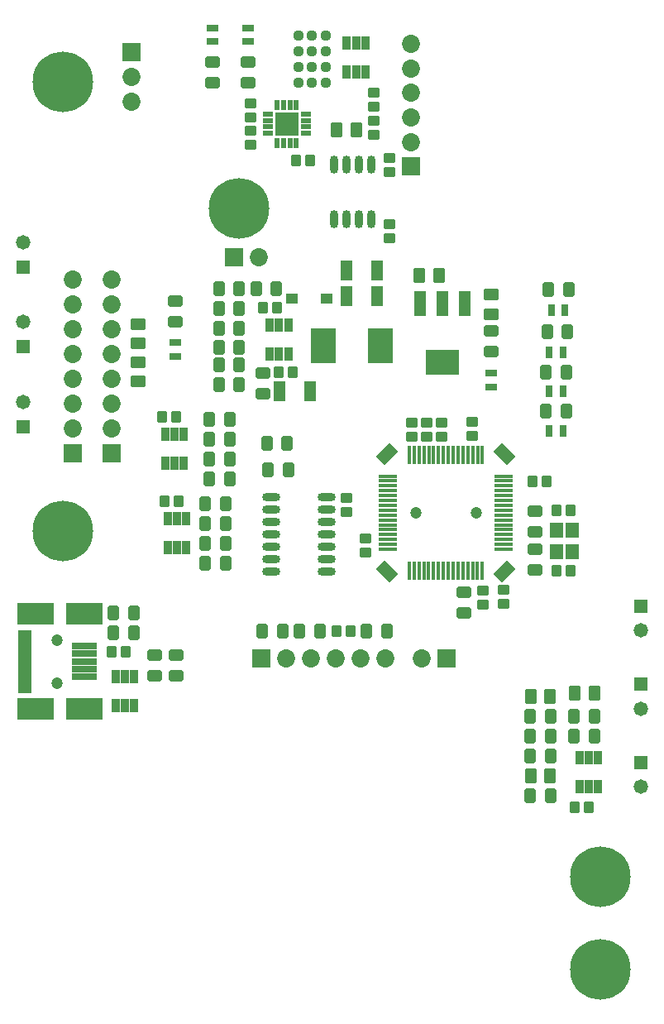
<source format=gbr>
%TF.GenerationSoftware,Altium Limited,Altium Designer,25.3.3 (18)*%
G04 Layer_Color=8388736*
%FSLAX45Y45*%
%MOMM*%
%TF.SameCoordinates,BD87FDF2-1F07-4250-B4CA-E9600B944348*%
%TF.FilePolarity,Negative*%
%TF.FileFunction,Soldermask,Top*%
%TF.Part,Single*%
G01*
G75*
%TA.AperFunction,SMDPad,CuDef*%
G04:AMPARAMS|DCode=63|XSize=1.1532mm|YSize=1.0532mm|CornerRadius=0.1866mm|HoleSize=0mm|Usage=FLASHONLY|Rotation=270.000|XOffset=0mm|YOffset=0mm|HoleType=Round|Shape=RoundedRectangle|*
%AMROUNDEDRECTD63*
21,1,1.15320,0.68000,0,0,270.0*
21,1,0.78000,1.05320,0,0,270.0*
1,1,0.37320,-0.34000,-0.39000*
1,1,0.37320,-0.34000,0.39000*
1,1,0.37320,0.34000,0.39000*
1,1,0.37320,0.34000,-0.39000*
%
%ADD63ROUNDEDRECTD63*%
%ADD64R,1.35320X1.60320*%
G04:AMPARAMS|DCode=65|XSize=1.5032mm|YSize=1.1032mm|CornerRadius=0.1916mm|HoleSize=0mm|Usage=FLASHONLY|Rotation=180.000|XOffset=0mm|YOffset=0mm|HoleType=Round|Shape=RoundedRectangle|*
%AMROUNDEDRECTD65*
21,1,1.50320,0.72000,0,0,180.0*
21,1,1.12000,1.10320,0,0,180.0*
1,1,0.38320,-0.56000,0.36000*
1,1,0.38320,0.56000,0.36000*
1,1,0.38320,0.56000,-0.36000*
1,1,0.38320,-0.56000,-0.36000*
%
%ADD65ROUNDEDRECTD65*%
G04:AMPARAMS|DCode=66|XSize=1.5032mm|YSize=1.1032mm|CornerRadius=0.1916mm|HoleSize=0mm|Usage=FLASHONLY|Rotation=90.000|XOffset=0mm|YOffset=0mm|HoleType=Round|Shape=RoundedRectangle|*
%AMROUNDEDRECTD66*
21,1,1.50320,0.72000,0,0,90.0*
21,1,1.12000,1.10320,0,0,90.0*
1,1,0.38320,0.36000,0.56000*
1,1,0.38320,0.36000,-0.56000*
1,1,0.38320,-0.36000,-0.56000*
1,1,0.38320,-0.36000,0.56000*
%
%ADD66ROUNDEDRECTD66*%
%ADD67R,1.05320X0.55320*%
%ADD68R,0.55320X1.05320*%
%ADD69R,2.35320X2.35320*%
%ADD70R,0.42320X1.90320*%
%ADD71R,1.90320X0.42320*%
G04:AMPARAMS|DCode=72|XSize=1.2032mm|YSize=2.0032mm|CornerRadius=0mm|HoleSize=0mm|Usage=FLASHONLY|Rotation=315.000|XOffset=0mm|YOffset=0mm|HoleType=Round|Shape=Rectangle|*
%AMROTATEDRECTD72*
4,1,4,-1.13364,-0.28284,0.28284,1.13364,1.13364,0.28284,-0.28284,-1.13364,-1.13364,-0.28284,0.0*
%
%ADD72ROTATEDRECTD72*%

G04:AMPARAMS|DCode=73|XSize=1.2032mm|YSize=2.0032mm|CornerRadius=0mm|HoleSize=0mm|Usage=FLASHONLY|Rotation=225.000|XOffset=0mm|YOffset=0mm|HoleType=Round|Shape=Rectangle|*
%AMROTATEDRECTD73*
4,1,4,-0.28284,1.13364,1.13364,-0.28284,0.28284,-1.13364,-1.13364,0.28284,-0.28284,1.13364,0.0*
%
%ADD73ROTATEDRECTD73*%

%ADD74R,2.61620X3.63220*%
%ADD75R,0.85320X1.40320*%
G04:AMPARAMS|DCode=76|XSize=1.1532mm|YSize=1.0532mm|CornerRadius=0.1866mm|HoleSize=0mm|Usage=FLASHONLY|Rotation=180.000|XOffset=0mm|YOffset=0mm|HoleType=Round|Shape=RoundedRectangle|*
%AMROUNDEDRECTD76*
21,1,1.15320,0.68000,0,0,180.0*
21,1,0.78000,1.05320,0,0,180.0*
1,1,0.37320,-0.39000,0.34000*
1,1,0.37320,0.39000,0.34000*
1,1,0.37320,0.39000,-0.34000*
1,1,0.37320,-0.39000,-0.34000*
%
%ADD76ROUNDEDRECTD76*%
%ADD77R,0.80320X1.20320*%
G04:AMPARAMS|DCode=78|XSize=1.6032mm|YSize=1.1532mm|CornerRadius=0.1966mm|HoleSize=0mm|Usage=FLASHONLY|Rotation=0.000|XOffset=0mm|YOffset=0mm|HoleType=Round|Shape=RoundedRectangle|*
%AMROUNDEDRECTD78*
21,1,1.60320,0.76000,0,0,0.0*
21,1,1.21000,1.15320,0,0,0.0*
1,1,0.39320,0.60500,-0.38000*
1,1,0.39320,-0.60500,-0.38000*
1,1,0.39320,-0.60500,0.38000*
1,1,0.39320,0.60500,0.38000*
%
%ADD78ROUNDEDRECTD78*%
G04:AMPARAMS|DCode=79|XSize=0.9652mm|YSize=0.9652mm|CornerRadius=0.2921mm|HoleSize=0mm|Usage=FLASHONLY|Rotation=0.000|XOffset=0mm|YOffset=0mm|HoleType=Round|Shape=RoundedRectangle|*
%AMROUNDEDRECTD79*
21,1,0.96520,0.38100,0,0,0.0*
21,1,0.38100,0.96520,0,0,0.0*
1,1,0.58420,0.19050,-0.19050*
1,1,0.58420,-0.19050,-0.19050*
1,1,0.58420,-0.19050,0.19050*
1,1,0.58420,0.19050,0.19050*
%
%ADD79ROUNDEDRECTD79*%
%ADD80R,1.20320X0.80320*%
G04:AMPARAMS|DCode=81|XSize=2.0532mm|YSize=1.2532mm|CornerRadius=0.2066mm|HoleSize=0mm|Usage=FLASHONLY|Rotation=90.000|XOffset=0mm|YOffset=0mm|HoleType=Round|Shape=RoundedRectangle|*
%AMROUNDEDRECTD81*
21,1,2.05320,0.84000,0,0,90.0*
21,1,1.64000,1.25320,0,0,90.0*
1,1,0.41320,0.42000,0.82000*
1,1,0.41320,0.42000,-0.82000*
1,1,0.41320,-0.42000,-0.82000*
1,1,0.41320,-0.42000,0.82000*
%
%ADD81ROUNDEDRECTD81*%
%ADD82R,1.25320X1.05320*%
G04:AMPARAMS|DCode=83|XSize=1.6032mm|YSize=1.1532mm|CornerRadius=0.1966mm|HoleSize=0mm|Usage=FLASHONLY|Rotation=270.000|XOffset=0mm|YOffset=0mm|HoleType=Round|Shape=RoundedRectangle|*
%AMROUNDEDRECTD83*
21,1,1.60320,0.76000,0,0,270.0*
21,1,1.21000,1.15320,0,0,270.0*
1,1,0.39320,-0.38000,-0.60500*
1,1,0.39320,-0.38000,0.60500*
1,1,0.39320,0.38000,0.60500*
1,1,0.39320,0.38000,-0.60500*
%
%ADD83ROUNDEDRECTD83*%
%ADD84R,1.20320X2.55320*%
%ADD85R,3.50320X2.55320*%
%ADD86O,0.85320X1.85320*%
%ADD87O,1.85320X0.85320*%
%ADD88R,3.70320X2.20320*%
%ADD89R,2.50320X0.71120*%
%ADD90R,1.40320X6.40320*%
%TA.AperFunction,ComponentPad*%
%ADD91R,1.85320X1.85320*%
%ADD92C,1.85320*%
%ADD93C,6.20000*%
%ADD94C,1.20320*%
%ADD95R,1.47820X1.47820*%
%ADD96C,1.47820*%
%ADD97R,1.85320X1.85320*%
D63*
X5754700Y292100D02*
D03*
X5899700D02*
D03*
X2890000Y2990000D02*
D03*
X2745000D02*
D03*
X3055000Y2330000D02*
D03*
X2910000D02*
D03*
X3086942Y4491000D02*
D03*
X3231942D02*
D03*
X5937500Y-2130000D02*
D03*
X6082500D02*
D03*
X1736000Y1008400D02*
D03*
X1881000D02*
D03*
X1197500Y-533400D02*
D03*
X1342500D02*
D03*
X5647703Y1213619D02*
D03*
X5502703D02*
D03*
X3497600Y-323200D02*
D03*
X3642600D02*
D03*
X5899700Y914400D02*
D03*
X5754700D02*
D03*
X1710600Y1872000D02*
D03*
X1855600D02*
D03*
D64*
X5916100Y711200D02*
D03*
Y491200D02*
D03*
X5756100Y711200D02*
D03*
Y491200D02*
D03*
D65*
X5535100Y301400D02*
D03*
Y511400D02*
D03*
X1850000Y2845000D02*
D03*
Y3055000D02*
D03*
X2742500Y2315000D02*
D03*
Y2105000D02*
D03*
X2230000Y5290000D02*
D03*
Y5500000D02*
D03*
X2590000Y5290000D02*
D03*
Y5500000D02*
D03*
X5081400Y2536600D02*
D03*
Y2746600D02*
D03*
X1854200Y-568100D02*
D03*
Y-778100D02*
D03*
X1638300Y-568100D02*
D03*
Y-778100D02*
D03*
X4800000Y75000D02*
D03*
Y-135000D02*
D03*
X5535100Y695100D02*
D03*
Y905100D02*
D03*
D66*
X2885000Y3180000D02*
D03*
X2675000D02*
D03*
X5645000Y1930000D02*
D03*
X5855000D02*
D03*
X5645000Y2330000D02*
D03*
X5855000D02*
D03*
X5655000Y2740000D02*
D03*
X5865000D02*
D03*
X5665000Y3170000D02*
D03*
X5875000D02*
D03*
X2407000Y1237000D02*
D03*
X2197000D02*
D03*
X2407000Y1643400D02*
D03*
X2197000D02*
D03*
X2407000Y1846600D02*
D03*
X2197000D02*
D03*
X2407000Y1440200D02*
D03*
X2197000D02*
D03*
X2295000Y3180000D02*
D03*
X2505000D02*
D03*
X2295000Y2400000D02*
D03*
X2505000D02*
D03*
Y2200000D02*
D03*
X2295000D02*
D03*
Y2580000D02*
D03*
X2505000D02*
D03*
Y2780000D02*
D03*
X2295000D02*
D03*
X2505000Y2980000D02*
D03*
X2295000D02*
D03*
X5693000Y-1600200D02*
D03*
X5483000D02*
D03*
X5693000Y-2006600D02*
D03*
X5483000D02*
D03*
X5693000Y-1397000D02*
D03*
X5483000D02*
D03*
X5693000Y-1193800D02*
D03*
X5483000D02*
D03*
X6137500Y-1397000D02*
D03*
X5927500D02*
D03*
X6137500Y-1193800D02*
D03*
X5927500D02*
D03*
X2367000Y983000D02*
D03*
X2157000D02*
D03*
X2367000Y779800D02*
D03*
X2157000D02*
D03*
X2367000Y576600D02*
D03*
X2157000D02*
D03*
X2367000Y373400D02*
D03*
X2157000D02*
D03*
X2795000Y1330000D02*
D03*
X3005000D02*
D03*
X2785000Y1600000D02*
D03*
X2995000D02*
D03*
X1425800Y-139700D02*
D03*
X1215800D02*
D03*
Y-342900D02*
D03*
X1425800D02*
D03*
X4018000Y-323200D02*
D03*
X3808000D02*
D03*
X3122200D02*
D03*
X3332200D02*
D03*
X2741200D02*
D03*
X2951200D02*
D03*
D67*
X3185000Y4772500D02*
D03*
Y4837500D02*
D03*
Y4902500D02*
D03*
Y4967500D02*
D03*
X2795000D02*
D03*
Y4902500D02*
D03*
Y4837500D02*
D03*
Y4772500D02*
D03*
D68*
X3087500Y5065000D02*
D03*
X3022500D02*
D03*
X2957500D02*
D03*
X2892500D02*
D03*
Y4675000D02*
D03*
X2957500D02*
D03*
X3022500D02*
D03*
X3087500D02*
D03*
D69*
X2990000Y4870000D02*
D03*
D70*
X4243652Y298850D02*
D03*
X4793651D02*
D03*
X4344350Y1479150D02*
D03*
X4394350D02*
D03*
X4293652Y298850D02*
D03*
X4993650D02*
D03*
X4943650D02*
D03*
X4893650D02*
D03*
X4843650D02*
D03*
X4743651D02*
D03*
X4693651D02*
D03*
X4643651D02*
D03*
X4593651D02*
D03*
X4543651D02*
D03*
X4493651D02*
D03*
X4443651D02*
D03*
X4393651D02*
D03*
X4343651D02*
D03*
X4244350Y1479150D02*
D03*
X4294350D02*
D03*
X4444350D02*
D03*
X4494350D02*
D03*
X4544350D02*
D03*
X4594349D02*
D03*
X4644349D02*
D03*
X4694349D02*
D03*
X4744349D02*
D03*
X4794349D02*
D03*
X4844349D02*
D03*
X4894349D02*
D03*
X4944349D02*
D03*
X4994348D02*
D03*
D71*
X5209150Y514350D02*
D03*
Y564350D02*
D03*
Y864349D02*
D03*
Y1014349D02*
D03*
Y914349D02*
D03*
X4028850Y514350D02*
D03*
X4028850Y564350D02*
D03*
Y614350D02*
D03*
Y664349D02*
D03*
Y714349D02*
D03*
Y764349D02*
D03*
Y814349D02*
D03*
Y864349D02*
D03*
Y914349D02*
D03*
Y964349D02*
D03*
Y1014349D02*
D03*
Y1064349D02*
D03*
Y1114349D02*
D03*
Y1164348D02*
D03*
Y1214348D02*
D03*
Y1264348D02*
D03*
X5209150D02*
D03*
Y1214348D02*
D03*
Y1164348D02*
D03*
Y1114349D02*
D03*
Y1064349D02*
D03*
Y964349D02*
D03*
Y814349D02*
D03*
Y764349D02*
D03*
Y714349D02*
D03*
Y664349D02*
D03*
Y614350D02*
D03*
D72*
X4019000Y1489000D02*
D03*
X5219000Y289000D02*
D03*
D73*
Y1489000D02*
D03*
X4019000Y289000D02*
D03*
D74*
X3952100Y2600000D02*
D03*
X3367900D02*
D03*
D75*
X1428500Y-792300D02*
D03*
X1333500D02*
D03*
X1238500D02*
D03*
X1428500Y-1087300D02*
D03*
X1238500D02*
D03*
X1333500D02*
D03*
X2910000Y2512500D02*
D03*
X3005000D02*
D03*
X2815000D02*
D03*
Y2807500D02*
D03*
X3005000D02*
D03*
X2910000D02*
D03*
X3795000Y5402500D02*
D03*
X3700000D02*
D03*
X3605000D02*
D03*
Y5697500D02*
D03*
X3700000D02*
D03*
X3795000D02*
D03*
X1937900Y1689300D02*
D03*
X1842900D02*
D03*
X1747900D02*
D03*
Y1394300D02*
D03*
X1842900D02*
D03*
X1937900D02*
D03*
X1868300Y530700D02*
D03*
X1963300D02*
D03*
X1773300D02*
D03*
Y825700D02*
D03*
X1963300D02*
D03*
X1868300D02*
D03*
X6178300Y-1617800D02*
D03*
X6083300D02*
D03*
X5988300D02*
D03*
Y-1912800D02*
D03*
X6083300D02*
D03*
X6178300D02*
D03*
D76*
X4040000Y4377500D02*
D03*
Y4522500D02*
D03*
X2620000Y4657500D02*
D03*
Y4802500D02*
D03*
Y5082500D02*
D03*
Y4937500D02*
D03*
X3880000Y5192500D02*
D03*
Y5047500D02*
D03*
Y4757500D02*
D03*
Y4902500D02*
D03*
X4040000Y3842500D02*
D03*
Y3697500D02*
D03*
X3600000Y897500D02*
D03*
Y1042500D02*
D03*
X3800000Y622500D02*
D03*
Y477500D02*
D03*
X5000000Y-52500D02*
D03*
Y92500D02*
D03*
X5208400Y-47100D02*
D03*
Y97900D02*
D03*
X4273200Y1812400D02*
D03*
Y1667400D02*
D03*
X4890000Y1822500D02*
D03*
Y1677500D02*
D03*
X4425600Y1667400D02*
D03*
Y1812400D02*
D03*
X4578000D02*
D03*
Y1667400D02*
D03*
D77*
X5680000Y1730000D02*
D03*
X5820000D02*
D03*
X5680000Y2130000D02*
D03*
X5820000D02*
D03*
X5680000Y2530000D02*
D03*
X5820000D02*
D03*
X5700000Y2960000D02*
D03*
X5840000D02*
D03*
D78*
X1470000Y2430000D02*
D03*
Y2230000D02*
D03*
Y2820000D02*
D03*
Y2620000D02*
D03*
X5081400Y2921000D02*
D03*
Y3121000D02*
D03*
D79*
X3250000Y5610000D02*
D03*
X3389700D02*
D03*
X3110300D02*
D03*
X3389700Y5290000D02*
D03*
X3250000D02*
D03*
X3110300D02*
D03*
X3389400Y5450000D02*
D03*
X3249700D02*
D03*
X3110000D02*
D03*
X3389700Y5770000D02*
D03*
X3250000D02*
D03*
X3110300D02*
D03*
D80*
X1850000Y2630000D02*
D03*
Y2490000D02*
D03*
X2230000Y5850000D02*
D03*
Y5710000D02*
D03*
X2590000Y5850000D02*
D03*
Y5710000D02*
D03*
X5081400Y2177900D02*
D03*
Y2317900D02*
D03*
D81*
X3230000Y2130000D02*
D03*
X2915000D02*
D03*
X3917500Y3370000D02*
D03*
X3602500D02*
D03*
X3917500Y3110000D02*
D03*
X3602500D02*
D03*
D82*
X3400000Y3080000D02*
D03*
X3040000D02*
D03*
D83*
X3700000Y4810000D02*
D03*
X3500000D02*
D03*
X4350000Y3320000D02*
D03*
X4550000D02*
D03*
X5688000Y-1803400D02*
D03*
X5488000D02*
D03*
X5688000Y-990600D02*
D03*
X5488000D02*
D03*
X6140000Y-960000D02*
D03*
X5940000D02*
D03*
D84*
X4816100Y3033000D02*
D03*
X4586100D02*
D03*
X4356100D02*
D03*
D85*
X4586100Y2428000D02*
D03*
D86*
X3727000Y4455000D02*
D03*
X3854000D02*
D03*
X3600000D02*
D03*
X3473000D02*
D03*
Y3890000D02*
D03*
X3600000D02*
D03*
X3727000D02*
D03*
X3854000D02*
D03*
D87*
X3395400Y919500D02*
D03*
Y1046500D02*
D03*
Y665500D02*
D03*
Y792500D02*
D03*
Y538500D02*
D03*
Y284500D02*
D03*
Y411500D02*
D03*
X2830400Y538500D02*
D03*
Y665500D02*
D03*
Y1046500D02*
D03*
Y792500D02*
D03*
Y919500D02*
D03*
Y284500D02*
D03*
Y411500D02*
D03*
D88*
X420800Y-147760D02*
D03*
X920800D02*
D03*
X420800Y-1117760D02*
D03*
X920800D02*
D03*
D89*
X915800Y-632780D02*
D03*
Y-472760D02*
D03*
Y-552770D02*
D03*
Y-792800D02*
D03*
Y-712790D02*
D03*
D90*
X305800Y-632490D02*
D03*
D91*
X1400000Y5600000D02*
D03*
X799999Y1500000D02*
D03*
X1199999D02*
D03*
X4260000Y4435000D02*
D03*
D92*
X1400000Y5346000D02*
D03*
Y5092000D02*
D03*
X799999Y2262000D02*
D03*
Y2516000D02*
D03*
Y2008000D02*
D03*
Y3024000D02*
D03*
Y3278000D02*
D03*
Y2770000D02*
D03*
Y1754000D02*
D03*
X1199999Y2262000D02*
D03*
Y2516000D02*
D03*
Y2008000D02*
D03*
Y3024000D02*
D03*
Y3278000D02*
D03*
Y2770000D02*
D03*
Y1754000D02*
D03*
X4260000Y5185000D02*
D03*
Y5685000D02*
D03*
Y5435000D02*
D03*
Y4935000D02*
D03*
Y4685000D02*
D03*
X4001900Y-602600D02*
D03*
X3493900D02*
D03*
X2985900D02*
D03*
X3239900D02*
D03*
X3747900D02*
D03*
X2699999Y3500000D02*
D03*
X4370200Y-602600D02*
D03*
D93*
X700000Y700000D02*
D03*
X2500000Y4000000D02*
D03*
X6202500Y-3785000D02*
D03*
Y-2835000D02*
D03*
X700000Y5300000D02*
D03*
D94*
X4929000Y889000D02*
D03*
X4309000D02*
D03*
X640800Y-413070D02*
D03*
Y-852490D02*
D03*
D95*
X292700Y3402700D02*
D03*
X290000Y1770000D02*
D03*
Y2590000D02*
D03*
X6616700Y-67500D02*
D03*
Y-1667700D02*
D03*
Y-867600D02*
D03*
D96*
X292700Y3652700D02*
D03*
X290000Y2020000D02*
D03*
Y2840000D02*
D03*
X6616700Y-317500D02*
D03*
Y-1917700D02*
D03*
Y-1117600D02*
D03*
D97*
X2731900Y-602600D02*
D03*
X2445999Y3500000D02*
D03*
X4624200Y-602600D02*
D03*
%TF.MD5,584c84027bd9285c0f54a3ca2ebd94f3*%
M02*

</source>
